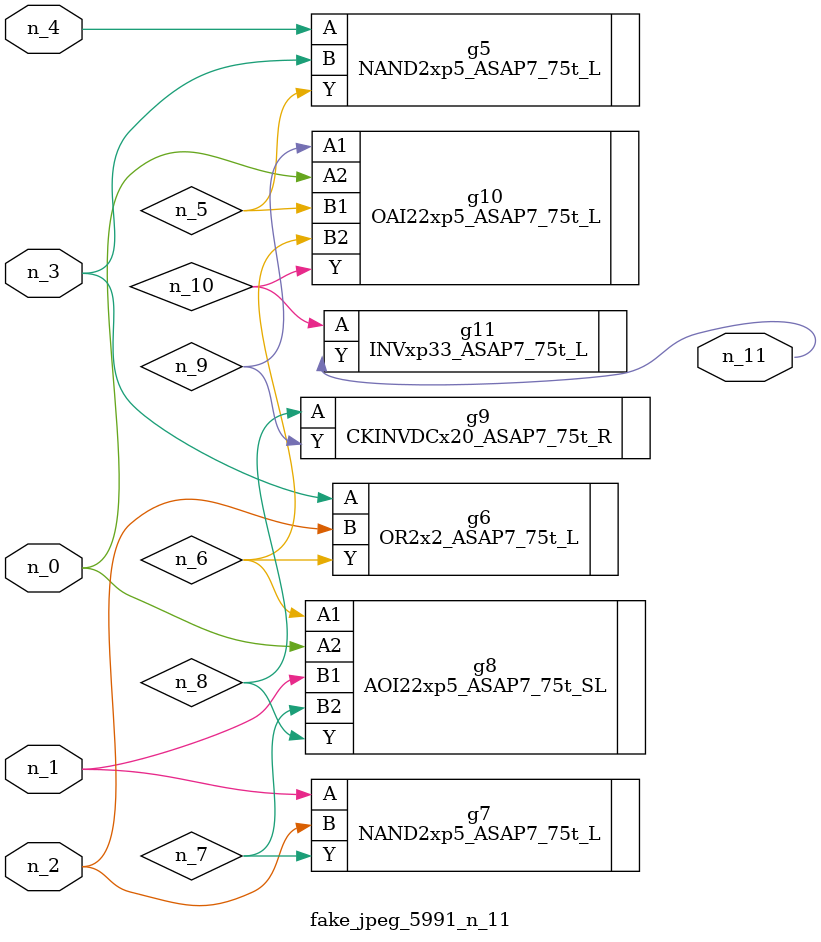
<source format=v>
module fake_jpeg_5991_n_11 (n_3, n_2, n_1, n_0, n_4, n_11);

input n_3;
input n_2;
input n_1;
input n_0;
input n_4;

output n_11;

wire n_10;
wire n_8;
wire n_9;
wire n_6;
wire n_5;
wire n_7;

NAND2xp5_ASAP7_75t_L g5 ( 
.A(n_4),
.B(n_3),
.Y(n_5)
);

OR2x2_ASAP7_75t_L g6 ( 
.A(n_3),
.B(n_2),
.Y(n_6)
);

NAND2xp5_ASAP7_75t_L g7 ( 
.A(n_1),
.B(n_2),
.Y(n_7)
);

AOI22xp5_ASAP7_75t_SL g8 ( 
.A1(n_6),
.A2(n_0),
.B1(n_1),
.B2(n_7),
.Y(n_8)
);

CKINVDCx20_ASAP7_75t_R g9 ( 
.A(n_8),
.Y(n_9)
);

OAI22xp5_ASAP7_75t_L g10 ( 
.A1(n_9),
.A2(n_0),
.B1(n_5),
.B2(n_6),
.Y(n_10)
);

INVxp33_ASAP7_75t_L g11 ( 
.A(n_10),
.Y(n_11)
);


endmodule
</source>
